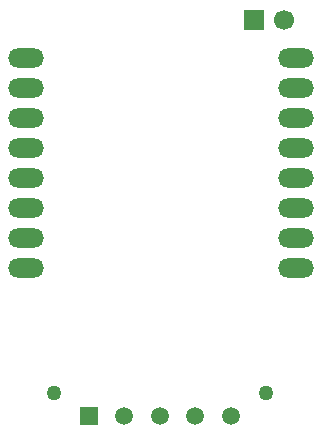
<source format=gbr>
%TF.GenerationSoftware,KiCad,Pcbnew,9.0.2*%
%TF.CreationDate,2025-07-08T18:17:38-03:00*%
%TF.ProjectId,BottomBoardCam,426f7474-6f6d-4426-9f61-726443616d2e,rev?*%
%TF.SameCoordinates,Original*%
%TF.FileFunction,Soldermask,Bot*%
%TF.FilePolarity,Negative*%
%FSLAX46Y46*%
G04 Gerber Fmt 4.6, Leading zero omitted, Abs format (unit mm)*
G04 Created by KiCad (PCBNEW 9.0.2) date 2025-07-08 18:17:38*
%MOMM*%
%LPD*%
G01*
G04 APERTURE LIST*
%ADD10C,1.270000*%
%ADD11C,1.520000*%
%ADD12R,1.520000X1.520000*%
%ADD13R,1.700000X1.700000*%
%ADD14C,1.700000*%
%ADD15O,3.048800X1.626400*%
G04 APERTURE END LIST*
D10*
%TO.C,J2*%
X165500000Y-104000000D03*
X147500000Y-104000000D03*
D11*
X162500000Y-105960000D03*
X159500000Y-105960000D03*
X156500000Y-105960000D03*
X153500000Y-105960000D03*
D12*
X150500000Y-105960000D03*
%TD*%
D13*
%TO.C,J1*%
X164460000Y-72500000D03*
D14*
X167000000Y-72500000D03*
%TD*%
D15*
%TO.C,U1*%
X145140000Y-75720000D03*
X145140000Y-78260000D03*
X145140000Y-80800000D03*
X145140000Y-83340000D03*
X145140000Y-85880000D03*
X145140000Y-88420000D03*
X145140000Y-90960000D03*
X145140000Y-93500000D03*
X168000000Y-93500000D03*
X168000000Y-90960000D03*
X168000000Y-88420000D03*
X168000000Y-85880000D03*
X168000000Y-83340000D03*
X168000000Y-80800000D03*
X168000000Y-78260000D03*
X168000000Y-75720000D03*
%TD*%
M02*

</source>
